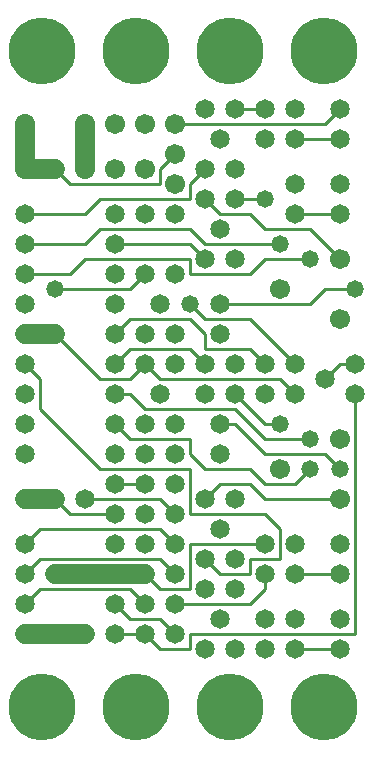
<source format=gbl>
%MOIN*%
%FSLAX25Y25*%
G04 D10 used for Character Trace; *
G04     Circle (OD=.01000) (No hole)*
G04 D11 used for Power Trace; *
G04     Circle (OD=.06700) (No hole)*
G04 D12 used for Signal Trace; *
G04     Circle (OD=.01100) (No hole)*
G04 D13 used for Via; *
G04     Circle (OD=.05800) (Round. Hole ID=.02800)*
G04 D14 used for Component hole; *
G04     Circle (OD=.06500) (Round. Hole ID=.03500)*
G04 D15 used for Component hole; *
G04     Circle (OD=.06700) (Round. Hole ID=.04300)*
G04 D16 used for Component hole; *
G04     Circle (OD=.08100) (Round. Hole ID=.05100)*
G04 D17 used for Component hole; *
G04     Circle (OD=.08900) (Round. Hole ID=.05900)*
G04 D18 used for Component hole; *
G04     Circle (OD=.11300) (Round. Hole ID=.08300)*
G04 D19 used for Component hole; *
G04     Circle (OD=.16000) (Round. Hole ID=.13000)*
G04 D20 used for Component hole; *
G04     Circle (OD=.18300) (Round. Hole ID=.15300)*
G04 D21 used for Component hole; *
G04     Circle (OD=.22291) (Round. Hole ID=.19291)*
%ADD10C,.01000*%
%ADD11C,.06700*%
%ADD12C,.01100*%
%ADD13C,.05800*%
%ADD14C,.06500*%
%ADD15C,.06700*%
%ADD16C,.08100*%
%ADD17C,.08900*%
%ADD18C,.11300*%
%ADD19C,.16000*%
%ADD20C,.18300*%
%ADD21C,.22291*%
%IPPOS*%
%LPD*%
G90*X0Y0D02*D21*X15625Y15625D03*D14*              
X40000Y40000D03*D12*X50000D01*D14*D03*D12*        
X55000Y35000D01*X65000D01*Y40000D01*X120000D01*   
Y120000D01*D14*D03*X110000Y125000D03*D12*         
X115000Y130000D01*X120000D01*D14*D03*D15*         
X115000Y145000D03*D14*X100000Y130000D03*D12*      
X85000Y145000D01*X70000D01*X65000Y150000D01*D13*  
D03*D12*X70000Y140000D02*X65000Y145000D01*        
X70000Y135000D02*Y140000D01*Y135000D02*X85000D01* 
X90000Y130000D01*D14*D03*D12*X100000Y120000D02*   
X95000Y125000D01*D14*X100000Y120000D03*D12*       
X55000Y125000D02*X95000D01*X55000D02*             
X50000Y130000D01*D14*D03*D12*X45000Y125000D01*    
X35000D01*X20000Y140000D01*D13*D03*D11*X10000D01* 
D14*D03*Y150000D03*Y130000D03*D12*                
X15000Y125000D01*Y115000D01*X35000Y95000D01*      
X65000D01*Y80000D01*X90000D01*X95000Y75000D01*    
Y65000D01*X85000D01*Y60000D01*X75000D01*          
X70000Y65000D01*D14*D03*D12*X65000Y55000D02*      
Y70000D01*X55000Y55000D02*X65000D01*X55000D02*    
X50000Y60000D01*D14*D03*D11*X40000D01*D14*D03*D11*
X20000D01*D13*D03*D12*X10000D02*X15000Y65000D01*  
D14*X10000Y60000D03*D12*Y50000D02*X15000Y55000D01*
D14*X10000Y50000D03*D12*X15000Y55000D02*X45000D01*
X50000Y50000D01*D14*D03*D12*X60000Y40000D02*      
X55000Y45000D01*D14*X60000Y40000D03*D12*          
X45000Y45000D02*X55000D01*X45000D02*              
X40000Y50000D01*D14*D03*D13*X30000Y40000D03*D11*  
X10000D01*D14*D03*D12*X15000Y65000D02*X55000D01*  
X60000Y60000D01*D14*D03*X50000Y70000D03*          
X70000Y55000D03*D12*X65000Y70000D02*X90000D01*D14*
D03*X100000Y60000D03*D12*X115000D01*D14*D03*      
Y70000D03*X100000Y45000D03*Y70000D03*             
X115000Y45000D03*D12*X90000Y85000D02*X115000D01*  
D15*D03*D13*X105000Y95000D03*D12*X100000Y90000D01*
X90000D01*X85000Y95000D01*X70000D01*              
X65000Y100000D01*Y105000D01*X45000D01*            
X40000Y110000D01*D14*D03*X50000Y100000D03*D12*    
Y115000D02*X45000Y120000D01*X50000Y115000D02*     
X80000D01*X90000Y105000D01*X105000D01*D13*D03*D12*
X115000Y95000D02*X110000Y100000D01*D13*           
X115000Y95000D03*D12*X90000Y100000D02*X110000D01* 
X90000D02*X80000Y110000D01*X75000D01*D14*D03*     
X80000Y120000D03*D12*X90000Y110000D01*X95000D01*  
D13*D03*D14*X90000Y120000D03*D15*X95000Y95000D03* 
D12*X70000Y85000D02*X75000Y90000D01*D14*          
X70000Y85000D03*D12*X75000Y90000D02*X85000D01*    
X90000Y85000D01*D14*X80000D03*X75000Y100000D03*   
Y75000D03*X80000Y65000D03*X90000Y60000D03*D12*    
Y55000D01*X85000Y50000D01*X60000D01*D14*D03*      
X75000Y45000D03*X70000Y35000D03*X40000Y70000D03*  
X80000Y35000D03*X60000Y70000D03*D12*              
X55000Y75000D01*X15000D01*X10000Y70000D01*D14*D03*
D13*X20000Y85000D03*D12*X25000Y80000D01*X40000D01*
D14*D03*X50000Y90000D03*D12*X40000D01*D14*D03*    
X50000Y80000D03*X40000Y100000D03*X30000Y85000D03* 
D12*X55000D01*X60000Y80000D01*D14*D03*Y90000D03*  
Y100000D03*X80000Y55000D03*X60000Y110000D03*      
X50000D03*X90000Y45000D03*X70000Y120000D03*D11*   
X10000Y85000D02*X20000D01*D14*X10000D03*          
Y100000D03*Y110000D03*D12*X40000Y120000D02*       
X45000D01*D14*X40000D03*Y130000D03*D12*           
X45000Y135000D01*X65000D01*X70000Y130000D01*D14*  
D03*X60000Y140000D03*X75000D03*X80000Y130000D03*  
X60000D03*D12*X45000Y145000D02*X65000D01*         
X40000Y140000D02*X45000Y145000D01*D14*            
X40000Y140000D03*X50000D03*X40000Y150000D03*D12*  
X20000Y155000D02*X45000D01*D13*X20000D03*D12*     
X10000Y160000D02*X25000D01*D14*X10000D03*         
Y170000D03*D12*X30000D01*X35000Y175000D01*        
X65000D01*X70000Y170000D01*X95000D01*D13*D03*D12* 
X90000Y175000D02*X105000D01*X115000Y165000D01*D15*
D03*D12*X105000Y150000D02*X110000Y155000D01*      
X75000Y150000D02*X105000D01*D14*X75000D03*D12*    
X65000Y160000D02*X85000D01*X65000D02*Y165000D01*  
X30000D01*X25000Y160000D01*D14*X40000D03*         
Y170000D03*D12*X65000D01*X70000Y165000D01*D14*D03*
X75000Y175000D03*X80000Y165000D03*                
X60000Y160000D03*D12*X90000Y175000D02*            
X85000Y180000D01*X75000D01*X70000Y185000D01*D14*  
D03*D12*X65000D02*Y190000D01*X35000Y185000D02*    
X65000D01*X30000Y180000D02*X35000Y185000D01*      
X10000Y180000D02*X30000D01*D14*X10000D03*D13*     
X20000Y195000D03*D12*X25000Y190000D01*X55000D01*  
Y195000D01*X60000Y200000D01*D15*D03*              
X50000Y210000D03*D14*X70000Y195000D03*D12*        
X65000Y190000D01*D15*X60000D03*D14*Y180000D03*    
X75000Y205000D03*X80000Y185000D03*D12*X90000D01*  
D13*D03*D14*X80000Y195000D03*X100000Y180000D03*   
D12*X115000D01*D14*D03*Y190000D03*X100000D03*D13* 
X105000Y165000D03*D12*X90000D01*X85000Y160000D01* 
D15*X95000Y155000D03*D12*X110000D02*X120000D01*   
D13*D03*D15*X115000Y105000D03*D14*Y205000D03*D12* 
X100000D01*D14*D03*X90000Y215000D03*D12*X80000D01*
D14*D03*X90000Y205000D03*X70000Y215000D03*        
X100000D03*D21*X78125Y234375D03*D15*              
X60000Y210000D03*D12*X110000D01*X115000Y215000D01*
D14*D03*D21*X109375Y234375D03*D14*                
X55000Y150000D03*D15*X50000Y195000D03*D14*        
Y180000D03*Y160000D03*D12*X45000Y155000D01*D14*   
X40000Y180000D03*X10000Y120000D03*X55000D03*D15*  
X40000Y195000D03*X30000D03*D11*Y210000D01*D15*D03*
X40000D03*D11*X10000Y195000D02*X20000D01*D15*     
X10000D03*D11*Y210000D01*D15*D03*D21*             
X15625Y234375D03*X46875D03*D14*X90000Y35000D03*   
X100000D03*D12*X115000D01*D14*D03*D21*            
X109375Y15625D03*X78125D03*X46875D03*M02*         

</source>
